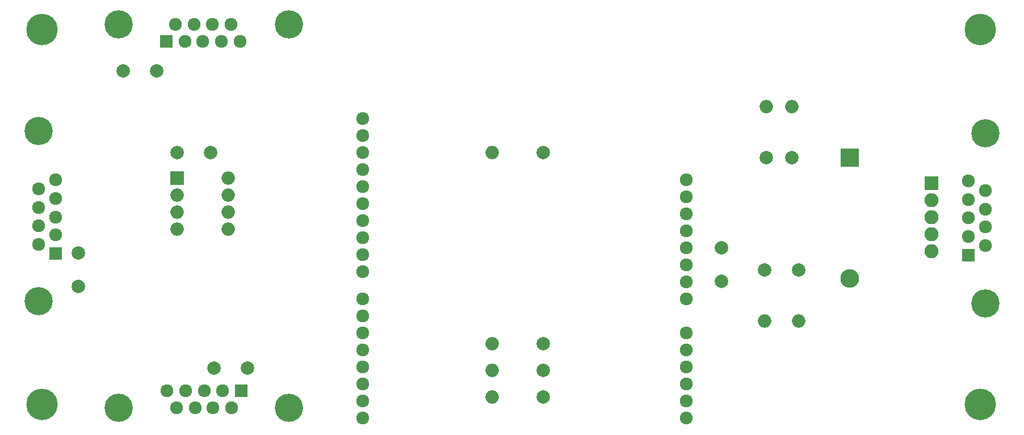
<source format=gbr>
G04 #@! TF.FileFunction,Soldermask,Bot*
%FSLAX46Y46*%
G04 Gerber Fmt 4.6, Leading zero omitted, Abs format (unit mm)*
G04 Created by KiCad (PCBNEW 4.0.2-stable) date 22/12/2017 23:20:32*
%MOMM*%
G01*
G04 APERTURE LIST*
%ADD10C,0.100000*%
%ADD11C,1.924000*%
%ADD12C,4.210000*%
%ADD13R,1.920000X1.920000*%
%ADD14C,1.920000*%
%ADD15C,2.000000*%
%ADD16R,2.000000X2.000000*%
%ADD17O,2.000000X2.000000*%
%ADD18R,2.100000X2.100000*%
%ADD19O,2.100000X2.100000*%
%ADD20R,2.800000X2.800000*%
%ADD21O,2.800000X2.800000*%
%ADD22C,4.700000*%
G04 APERTURE END LIST*
D10*
D11*
X175132000Y-76472000D03*
X175132000Y-81552000D03*
X175132000Y-84092000D03*
X175132000Y-86632000D03*
X175132000Y-89172000D03*
X175132000Y-91712000D03*
X175132000Y-94252000D03*
X175132000Y-99332000D03*
X175132000Y-101872000D03*
X175132000Y-104412000D03*
X175132000Y-106952000D03*
X175132000Y-109492000D03*
X175132000Y-112032000D03*
X126872000Y-112032000D03*
X126872000Y-109492000D03*
X126872000Y-106952000D03*
X126872000Y-104412000D03*
X126872000Y-101872000D03*
X126872000Y-99332000D03*
X126872000Y-96792000D03*
X126872000Y-94252000D03*
X126872000Y-90188000D03*
X126872000Y-87648000D03*
X126872000Y-85108000D03*
X126872000Y-82568000D03*
X126872000Y-80028000D03*
X126872000Y-77488000D03*
X126872000Y-74948000D03*
X126872000Y-72408000D03*
X126872000Y-69868000D03*
X126872000Y-67328000D03*
X175132000Y-79012000D03*
D12*
X90421000Y-110508000D03*
X115821000Y-110508000D03*
D13*
X108711000Y-107968000D03*
D14*
X105921000Y-107968000D03*
X103251000Y-107968000D03*
X100451000Y-107968000D03*
X97661000Y-107968000D03*
X107311000Y-110508000D03*
X104521000Y-110508000D03*
X101851000Y-110508000D03*
X99061000Y-110508000D03*
D15*
X96138000Y-60216000D03*
X91138000Y-60216000D03*
X104647000Y-104539000D03*
X109647000Y-104539000D03*
X99186000Y-72408000D03*
X104186000Y-72408000D03*
X84454000Y-87394000D03*
X84454000Y-92394000D03*
D16*
X99186000Y-76218000D03*
D17*
X106806000Y-83838000D03*
X99186000Y-78758000D03*
X106806000Y-81298000D03*
X99186000Y-81298000D03*
X106806000Y-78758000D03*
X99186000Y-83838000D03*
X106806000Y-76218000D03*
D18*
X211708000Y-76916500D03*
D19*
X211708000Y-79456500D03*
X211708000Y-81996500D03*
X211708000Y-84536500D03*
X211708000Y-87076500D03*
D12*
X78486000Y-69190000D03*
X78486000Y-94590000D03*
D13*
X81026000Y-87480000D03*
D14*
X81026000Y-84690000D03*
X81026000Y-82020000D03*
X81026000Y-79220000D03*
X81026000Y-76430000D03*
X78486000Y-86080000D03*
X78486000Y-83290000D03*
X78486000Y-80620000D03*
X78486000Y-77830000D03*
D12*
X115825000Y-53231000D03*
X90425000Y-53231000D03*
D13*
X97535000Y-55771000D03*
D14*
X100325000Y-55771000D03*
X102995000Y-55771000D03*
X105795000Y-55771000D03*
X108585000Y-55771000D03*
X98935000Y-53231000D03*
X101725000Y-53231000D03*
X104395000Y-53231000D03*
X107185000Y-53231000D03*
D12*
X219717000Y-94906200D03*
X219717000Y-69506200D03*
D13*
X217177000Y-87666200D03*
D14*
X217177000Y-84876200D03*
X217177000Y-82076200D03*
X217177000Y-79416200D03*
X217177000Y-76616200D03*
X219717000Y-78016200D03*
X219717000Y-80806200D03*
X219717000Y-83476200D03*
X219717000Y-86266200D03*
D15*
X153800000Y-104900000D03*
D17*
X146180000Y-104900000D03*
D15*
X153800000Y-108900000D03*
D17*
X146180000Y-108900000D03*
D15*
X153800000Y-100900000D03*
D17*
X146180000Y-100900000D03*
D15*
X187070000Y-73170000D03*
D17*
X187070000Y-65550000D03*
D15*
X190880000Y-73170000D03*
D17*
X190880000Y-65550000D03*
D15*
X186816000Y-89934000D03*
D17*
X186816000Y-97554000D03*
D15*
X191896000Y-89934000D03*
D17*
X191896000Y-97554000D03*
D15*
X153796000Y-72408000D03*
D17*
X146176000Y-72408000D03*
D15*
X180339000Y-86632000D03*
X180339000Y-91632000D03*
D20*
X199516000Y-73170000D03*
D21*
X199516000Y-91170000D03*
D22*
X79000000Y-54000000D03*
X79000000Y-110000000D03*
X219000000Y-110000000D03*
X219000000Y-54000000D03*
M02*

</source>
